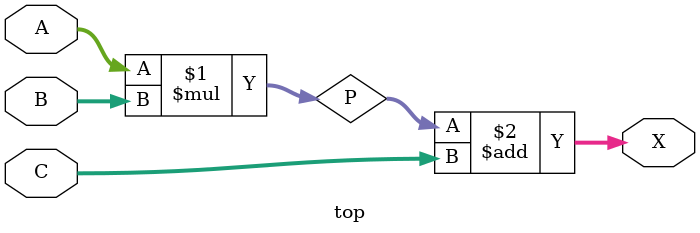
<source format=v>
module top(input wire [7:0] A, B, input wire [15:0] C, output wire [15:0] X);
	wire [15:0] P = A * B;
	assign X = P + C;
endmodule

</source>
